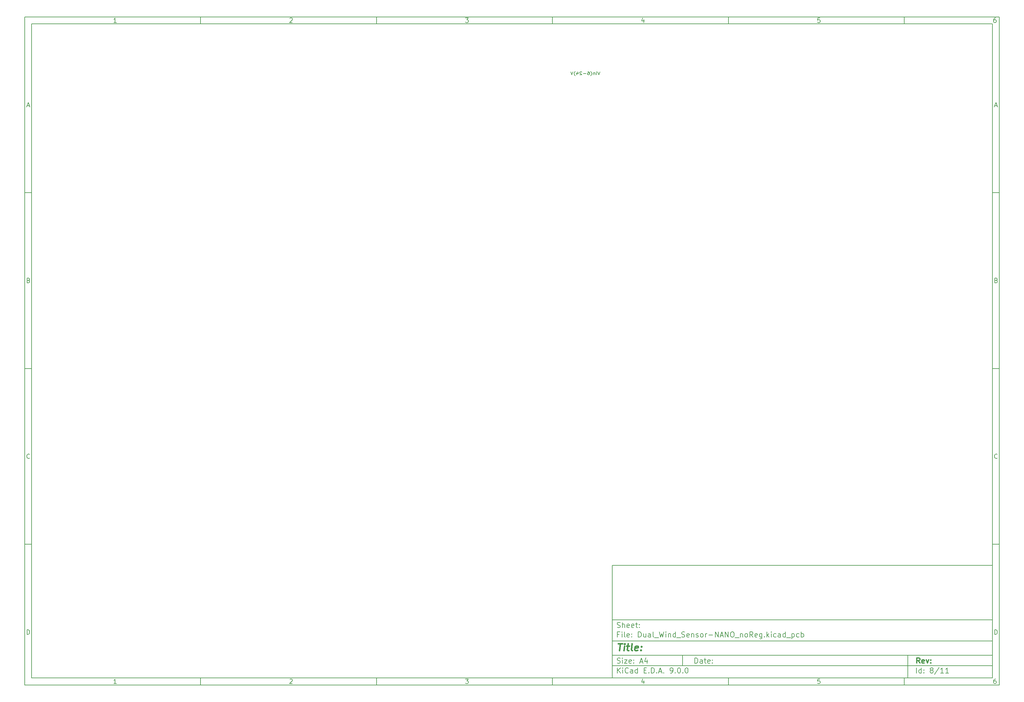
<source format=gbr>
%TF.GenerationSoftware,KiCad,Pcbnew,9.0.0*%
%TF.CreationDate,2025-05-27T12:16:38+03:00*%
%TF.ProjectId,Dual_Wind_Sensor-NANO_noReg,4475616c-5f57-4696-9e64-5f53656e736f,rev?*%
%TF.SameCoordinates,Original*%
%TF.FileFunction,Legend,Bot*%
%TF.FilePolarity,Positive*%
%FSLAX46Y46*%
G04 Gerber Fmt 4.6, Leading zero omitted, Abs format (unit mm)*
G04 Created by KiCad (PCBNEW 9.0.0) date 2025-05-27 12:16:38*
%MOMM*%
%LPD*%
G01*
G04 APERTURE LIST*
%ADD10C,0.100000*%
%ADD11C,0.150000*%
%ADD12C,0.300000*%
%ADD13C,0.400000*%
%ADD14C,0.160000*%
G04 APERTURE END LIST*
D10*
D11*
X177002200Y-166007200D02*
X285002200Y-166007200D01*
X285002200Y-198007200D01*
X177002200Y-198007200D01*
X177002200Y-166007200D01*
D10*
D11*
X10000000Y-10000000D02*
X287002200Y-10000000D01*
X287002200Y-200007200D01*
X10000000Y-200007200D01*
X10000000Y-10000000D01*
D10*
D11*
X12000000Y-12000000D02*
X285002200Y-12000000D01*
X285002200Y-198007200D01*
X12000000Y-198007200D01*
X12000000Y-12000000D01*
D10*
D11*
X60000000Y-12000000D02*
X60000000Y-10000000D01*
D10*
D11*
X110000000Y-12000000D02*
X110000000Y-10000000D01*
D10*
D11*
X160000000Y-12000000D02*
X160000000Y-10000000D01*
D10*
D11*
X210000000Y-12000000D02*
X210000000Y-10000000D01*
D10*
D11*
X260000000Y-12000000D02*
X260000000Y-10000000D01*
D10*
D11*
X36089160Y-11593604D02*
X35346303Y-11593604D01*
X35717731Y-11593604D02*
X35717731Y-10293604D01*
X35717731Y-10293604D02*
X35593922Y-10479319D01*
X35593922Y-10479319D02*
X35470112Y-10603128D01*
X35470112Y-10603128D02*
X35346303Y-10665033D01*
D10*
D11*
X85346303Y-10417414D02*
X85408207Y-10355509D01*
X85408207Y-10355509D02*
X85532017Y-10293604D01*
X85532017Y-10293604D02*
X85841541Y-10293604D01*
X85841541Y-10293604D02*
X85965350Y-10355509D01*
X85965350Y-10355509D02*
X86027255Y-10417414D01*
X86027255Y-10417414D02*
X86089160Y-10541223D01*
X86089160Y-10541223D02*
X86089160Y-10665033D01*
X86089160Y-10665033D02*
X86027255Y-10850747D01*
X86027255Y-10850747D02*
X85284398Y-11593604D01*
X85284398Y-11593604D02*
X86089160Y-11593604D01*
D10*
D11*
X135284398Y-10293604D02*
X136089160Y-10293604D01*
X136089160Y-10293604D02*
X135655826Y-10788842D01*
X135655826Y-10788842D02*
X135841541Y-10788842D01*
X135841541Y-10788842D02*
X135965350Y-10850747D01*
X135965350Y-10850747D02*
X136027255Y-10912652D01*
X136027255Y-10912652D02*
X136089160Y-11036461D01*
X136089160Y-11036461D02*
X136089160Y-11345985D01*
X136089160Y-11345985D02*
X136027255Y-11469795D01*
X136027255Y-11469795D02*
X135965350Y-11531700D01*
X135965350Y-11531700D02*
X135841541Y-11593604D01*
X135841541Y-11593604D02*
X135470112Y-11593604D01*
X135470112Y-11593604D02*
X135346303Y-11531700D01*
X135346303Y-11531700D02*
X135284398Y-11469795D01*
D10*
D11*
X185965350Y-10726938D02*
X185965350Y-11593604D01*
X185655826Y-10231700D02*
X185346303Y-11160271D01*
X185346303Y-11160271D02*
X186151064Y-11160271D01*
D10*
D11*
X236027255Y-10293604D02*
X235408207Y-10293604D01*
X235408207Y-10293604D02*
X235346303Y-10912652D01*
X235346303Y-10912652D02*
X235408207Y-10850747D01*
X235408207Y-10850747D02*
X235532017Y-10788842D01*
X235532017Y-10788842D02*
X235841541Y-10788842D01*
X235841541Y-10788842D02*
X235965350Y-10850747D01*
X235965350Y-10850747D02*
X236027255Y-10912652D01*
X236027255Y-10912652D02*
X236089160Y-11036461D01*
X236089160Y-11036461D02*
X236089160Y-11345985D01*
X236089160Y-11345985D02*
X236027255Y-11469795D01*
X236027255Y-11469795D02*
X235965350Y-11531700D01*
X235965350Y-11531700D02*
X235841541Y-11593604D01*
X235841541Y-11593604D02*
X235532017Y-11593604D01*
X235532017Y-11593604D02*
X235408207Y-11531700D01*
X235408207Y-11531700D02*
X235346303Y-11469795D01*
D10*
D11*
X285965350Y-10293604D02*
X285717731Y-10293604D01*
X285717731Y-10293604D02*
X285593922Y-10355509D01*
X285593922Y-10355509D02*
X285532017Y-10417414D01*
X285532017Y-10417414D02*
X285408207Y-10603128D01*
X285408207Y-10603128D02*
X285346303Y-10850747D01*
X285346303Y-10850747D02*
X285346303Y-11345985D01*
X285346303Y-11345985D02*
X285408207Y-11469795D01*
X285408207Y-11469795D02*
X285470112Y-11531700D01*
X285470112Y-11531700D02*
X285593922Y-11593604D01*
X285593922Y-11593604D02*
X285841541Y-11593604D01*
X285841541Y-11593604D02*
X285965350Y-11531700D01*
X285965350Y-11531700D02*
X286027255Y-11469795D01*
X286027255Y-11469795D02*
X286089160Y-11345985D01*
X286089160Y-11345985D02*
X286089160Y-11036461D01*
X286089160Y-11036461D02*
X286027255Y-10912652D01*
X286027255Y-10912652D02*
X285965350Y-10850747D01*
X285965350Y-10850747D02*
X285841541Y-10788842D01*
X285841541Y-10788842D02*
X285593922Y-10788842D01*
X285593922Y-10788842D02*
X285470112Y-10850747D01*
X285470112Y-10850747D02*
X285408207Y-10912652D01*
X285408207Y-10912652D02*
X285346303Y-11036461D01*
D10*
D11*
X60000000Y-198007200D02*
X60000000Y-200007200D01*
D10*
D11*
X110000000Y-198007200D02*
X110000000Y-200007200D01*
D10*
D11*
X160000000Y-198007200D02*
X160000000Y-200007200D01*
D10*
D11*
X210000000Y-198007200D02*
X210000000Y-200007200D01*
D10*
D11*
X260000000Y-198007200D02*
X260000000Y-200007200D01*
D10*
D11*
X36089160Y-199600804D02*
X35346303Y-199600804D01*
X35717731Y-199600804D02*
X35717731Y-198300804D01*
X35717731Y-198300804D02*
X35593922Y-198486519D01*
X35593922Y-198486519D02*
X35470112Y-198610328D01*
X35470112Y-198610328D02*
X35346303Y-198672233D01*
D10*
D11*
X85346303Y-198424614D02*
X85408207Y-198362709D01*
X85408207Y-198362709D02*
X85532017Y-198300804D01*
X85532017Y-198300804D02*
X85841541Y-198300804D01*
X85841541Y-198300804D02*
X85965350Y-198362709D01*
X85965350Y-198362709D02*
X86027255Y-198424614D01*
X86027255Y-198424614D02*
X86089160Y-198548423D01*
X86089160Y-198548423D02*
X86089160Y-198672233D01*
X86089160Y-198672233D02*
X86027255Y-198857947D01*
X86027255Y-198857947D02*
X85284398Y-199600804D01*
X85284398Y-199600804D02*
X86089160Y-199600804D01*
D10*
D11*
X135284398Y-198300804D02*
X136089160Y-198300804D01*
X136089160Y-198300804D02*
X135655826Y-198796042D01*
X135655826Y-198796042D02*
X135841541Y-198796042D01*
X135841541Y-198796042D02*
X135965350Y-198857947D01*
X135965350Y-198857947D02*
X136027255Y-198919852D01*
X136027255Y-198919852D02*
X136089160Y-199043661D01*
X136089160Y-199043661D02*
X136089160Y-199353185D01*
X136089160Y-199353185D02*
X136027255Y-199476995D01*
X136027255Y-199476995D02*
X135965350Y-199538900D01*
X135965350Y-199538900D02*
X135841541Y-199600804D01*
X135841541Y-199600804D02*
X135470112Y-199600804D01*
X135470112Y-199600804D02*
X135346303Y-199538900D01*
X135346303Y-199538900D02*
X135284398Y-199476995D01*
D10*
D11*
X185965350Y-198734138D02*
X185965350Y-199600804D01*
X185655826Y-198238900D02*
X185346303Y-199167471D01*
X185346303Y-199167471D02*
X186151064Y-199167471D01*
D10*
D11*
X236027255Y-198300804D02*
X235408207Y-198300804D01*
X235408207Y-198300804D02*
X235346303Y-198919852D01*
X235346303Y-198919852D02*
X235408207Y-198857947D01*
X235408207Y-198857947D02*
X235532017Y-198796042D01*
X235532017Y-198796042D02*
X235841541Y-198796042D01*
X235841541Y-198796042D02*
X235965350Y-198857947D01*
X235965350Y-198857947D02*
X236027255Y-198919852D01*
X236027255Y-198919852D02*
X236089160Y-199043661D01*
X236089160Y-199043661D02*
X236089160Y-199353185D01*
X236089160Y-199353185D02*
X236027255Y-199476995D01*
X236027255Y-199476995D02*
X235965350Y-199538900D01*
X235965350Y-199538900D02*
X235841541Y-199600804D01*
X235841541Y-199600804D02*
X235532017Y-199600804D01*
X235532017Y-199600804D02*
X235408207Y-199538900D01*
X235408207Y-199538900D02*
X235346303Y-199476995D01*
D10*
D11*
X285965350Y-198300804D02*
X285717731Y-198300804D01*
X285717731Y-198300804D02*
X285593922Y-198362709D01*
X285593922Y-198362709D02*
X285532017Y-198424614D01*
X285532017Y-198424614D02*
X285408207Y-198610328D01*
X285408207Y-198610328D02*
X285346303Y-198857947D01*
X285346303Y-198857947D02*
X285346303Y-199353185D01*
X285346303Y-199353185D02*
X285408207Y-199476995D01*
X285408207Y-199476995D02*
X285470112Y-199538900D01*
X285470112Y-199538900D02*
X285593922Y-199600804D01*
X285593922Y-199600804D02*
X285841541Y-199600804D01*
X285841541Y-199600804D02*
X285965350Y-199538900D01*
X285965350Y-199538900D02*
X286027255Y-199476995D01*
X286027255Y-199476995D02*
X286089160Y-199353185D01*
X286089160Y-199353185D02*
X286089160Y-199043661D01*
X286089160Y-199043661D02*
X286027255Y-198919852D01*
X286027255Y-198919852D02*
X285965350Y-198857947D01*
X285965350Y-198857947D02*
X285841541Y-198796042D01*
X285841541Y-198796042D02*
X285593922Y-198796042D01*
X285593922Y-198796042D02*
X285470112Y-198857947D01*
X285470112Y-198857947D02*
X285408207Y-198919852D01*
X285408207Y-198919852D02*
X285346303Y-199043661D01*
D10*
D11*
X10000000Y-60000000D02*
X12000000Y-60000000D01*
D10*
D11*
X10000000Y-110000000D02*
X12000000Y-110000000D01*
D10*
D11*
X10000000Y-160000000D02*
X12000000Y-160000000D01*
D10*
D11*
X10690476Y-35222176D02*
X11309523Y-35222176D01*
X10566666Y-35593604D02*
X10999999Y-34293604D01*
X10999999Y-34293604D02*
X11433333Y-35593604D01*
D10*
D11*
X11092857Y-84912652D02*
X11278571Y-84974557D01*
X11278571Y-84974557D02*
X11340476Y-85036461D01*
X11340476Y-85036461D02*
X11402380Y-85160271D01*
X11402380Y-85160271D02*
X11402380Y-85345985D01*
X11402380Y-85345985D02*
X11340476Y-85469795D01*
X11340476Y-85469795D02*
X11278571Y-85531700D01*
X11278571Y-85531700D02*
X11154761Y-85593604D01*
X11154761Y-85593604D02*
X10659523Y-85593604D01*
X10659523Y-85593604D02*
X10659523Y-84293604D01*
X10659523Y-84293604D02*
X11092857Y-84293604D01*
X11092857Y-84293604D02*
X11216666Y-84355509D01*
X11216666Y-84355509D02*
X11278571Y-84417414D01*
X11278571Y-84417414D02*
X11340476Y-84541223D01*
X11340476Y-84541223D02*
X11340476Y-84665033D01*
X11340476Y-84665033D02*
X11278571Y-84788842D01*
X11278571Y-84788842D02*
X11216666Y-84850747D01*
X11216666Y-84850747D02*
X11092857Y-84912652D01*
X11092857Y-84912652D02*
X10659523Y-84912652D01*
D10*
D11*
X11402380Y-135469795D02*
X11340476Y-135531700D01*
X11340476Y-135531700D02*
X11154761Y-135593604D01*
X11154761Y-135593604D02*
X11030952Y-135593604D01*
X11030952Y-135593604D02*
X10845238Y-135531700D01*
X10845238Y-135531700D02*
X10721428Y-135407890D01*
X10721428Y-135407890D02*
X10659523Y-135284080D01*
X10659523Y-135284080D02*
X10597619Y-135036461D01*
X10597619Y-135036461D02*
X10597619Y-134850747D01*
X10597619Y-134850747D02*
X10659523Y-134603128D01*
X10659523Y-134603128D02*
X10721428Y-134479319D01*
X10721428Y-134479319D02*
X10845238Y-134355509D01*
X10845238Y-134355509D02*
X11030952Y-134293604D01*
X11030952Y-134293604D02*
X11154761Y-134293604D01*
X11154761Y-134293604D02*
X11340476Y-134355509D01*
X11340476Y-134355509D02*
X11402380Y-134417414D01*
D10*
D11*
X10659523Y-185593604D02*
X10659523Y-184293604D01*
X10659523Y-184293604D02*
X10969047Y-184293604D01*
X10969047Y-184293604D02*
X11154761Y-184355509D01*
X11154761Y-184355509D02*
X11278571Y-184479319D01*
X11278571Y-184479319D02*
X11340476Y-184603128D01*
X11340476Y-184603128D02*
X11402380Y-184850747D01*
X11402380Y-184850747D02*
X11402380Y-185036461D01*
X11402380Y-185036461D02*
X11340476Y-185284080D01*
X11340476Y-185284080D02*
X11278571Y-185407890D01*
X11278571Y-185407890D02*
X11154761Y-185531700D01*
X11154761Y-185531700D02*
X10969047Y-185593604D01*
X10969047Y-185593604D02*
X10659523Y-185593604D01*
D10*
D11*
X287002200Y-60000000D02*
X285002200Y-60000000D01*
D10*
D11*
X287002200Y-110000000D02*
X285002200Y-110000000D01*
D10*
D11*
X287002200Y-160000000D02*
X285002200Y-160000000D01*
D10*
D11*
X285692676Y-35222176D02*
X286311723Y-35222176D01*
X285568866Y-35593604D02*
X286002199Y-34293604D01*
X286002199Y-34293604D02*
X286435533Y-35593604D01*
D10*
D11*
X286095057Y-84912652D02*
X286280771Y-84974557D01*
X286280771Y-84974557D02*
X286342676Y-85036461D01*
X286342676Y-85036461D02*
X286404580Y-85160271D01*
X286404580Y-85160271D02*
X286404580Y-85345985D01*
X286404580Y-85345985D02*
X286342676Y-85469795D01*
X286342676Y-85469795D02*
X286280771Y-85531700D01*
X286280771Y-85531700D02*
X286156961Y-85593604D01*
X286156961Y-85593604D02*
X285661723Y-85593604D01*
X285661723Y-85593604D02*
X285661723Y-84293604D01*
X285661723Y-84293604D02*
X286095057Y-84293604D01*
X286095057Y-84293604D02*
X286218866Y-84355509D01*
X286218866Y-84355509D02*
X286280771Y-84417414D01*
X286280771Y-84417414D02*
X286342676Y-84541223D01*
X286342676Y-84541223D02*
X286342676Y-84665033D01*
X286342676Y-84665033D02*
X286280771Y-84788842D01*
X286280771Y-84788842D02*
X286218866Y-84850747D01*
X286218866Y-84850747D02*
X286095057Y-84912652D01*
X286095057Y-84912652D02*
X285661723Y-84912652D01*
D10*
D11*
X286404580Y-135469795D02*
X286342676Y-135531700D01*
X286342676Y-135531700D02*
X286156961Y-135593604D01*
X286156961Y-135593604D02*
X286033152Y-135593604D01*
X286033152Y-135593604D02*
X285847438Y-135531700D01*
X285847438Y-135531700D02*
X285723628Y-135407890D01*
X285723628Y-135407890D02*
X285661723Y-135284080D01*
X285661723Y-135284080D02*
X285599819Y-135036461D01*
X285599819Y-135036461D02*
X285599819Y-134850747D01*
X285599819Y-134850747D02*
X285661723Y-134603128D01*
X285661723Y-134603128D02*
X285723628Y-134479319D01*
X285723628Y-134479319D02*
X285847438Y-134355509D01*
X285847438Y-134355509D02*
X286033152Y-134293604D01*
X286033152Y-134293604D02*
X286156961Y-134293604D01*
X286156961Y-134293604D02*
X286342676Y-134355509D01*
X286342676Y-134355509D02*
X286404580Y-134417414D01*
D10*
D11*
X285661723Y-185593604D02*
X285661723Y-184293604D01*
X285661723Y-184293604D02*
X285971247Y-184293604D01*
X285971247Y-184293604D02*
X286156961Y-184355509D01*
X286156961Y-184355509D02*
X286280771Y-184479319D01*
X286280771Y-184479319D02*
X286342676Y-184603128D01*
X286342676Y-184603128D02*
X286404580Y-184850747D01*
X286404580Y-184850747D02*
X286404580Y-185036461D01*
X286404580Y-185036461D02*
X286342676Y-185284080D01*
X286342676Y-185284080D02*
X286280771Y-185407890D01*
X286280771Y-185407890D02*
X286156961Y-185531700D01*
X286156961Y-185531700D02*
X285971247Y-185593604D01*
X285971247Y-185593604D02*
X285661723Y-185593604D01*
D10*
D11*
X200458026Y-193793328D02*
X200458026Y-192293328D01*
X200458026Y-192293328D02*
X200815169Y-192293328D01*
X200815169Y-192293328D02*
X201029455Y-192364757D01*
X201029455Y-192364757D02*
X201172312Y-192507614D01*
X201172312Y-192507614D02*
X201243741Y-192650471D01*
X201243741Y-192650471D02*
X201315169Y-192936185D01*
X201315169Y-192936185D02*
X201315169Y-193150471D01*
X201315169Y-193150471D02*
X201243741Y-193436185D01*
X201243741Y-193436185D02*
X201172312Y-193579042D01*
X201172312Y-193579042D02*
X201029455Y-193721900D01*
X201029455Y-193721900D02*
X200815169Y-193793328D01*
X200815169Y-193793328D02*
X200458026Y-193793328D01*
X202600884Y-193793328D02*
X202600884Y-193007614D01*
X202600884Y-193007614D02*
X202529455Y-192864757D01*
X202529455Y-192864757D02*
X202386598Y-192793328D01*
X202386598Y-192793328D02*
X202100884Y-192793328D01*
X202100884Y-192793328D02*
X201958026Y-192864757D01*
X202600884Y-193721900D02*
X202458026Y-193793328D01*
X202458026Y-193793328D02*
X202100884Y-193793328D01*
X202100884Y-193793328D02*
X201958026Y-193721900D01*
X201958026Y-193721900D02*
X201886598Y-193579042D01*
X201886598Y-193579042D02*
X201886598Y-193436185D01*
X201886598Y-193436185D02*
X201958026Y-193293328D01*
X201958026Y-193293328D02*
X202100884Y-193221900D01*
X202100884Y-193221900D02*
X202458026Y-193221900D01*
X202458026Y-193221900D02*
X202600884Y-193150471D01*
X203100884Y-192793328D02*
X203672312Y-192793328D01*
X203315169Y-192293328D02*
X203315169Y-193579042D01*
X203315169Y-193579042D02*
X203386598Y-193721900D01*
X203386598Y-193721900D02*
X203529455Y-193793328D01*
X203529455Y-193793328D02*
X203672312Y-193793328D01*
X204743741Y-193721900D02*
X204600884Y-193793328D01*
X204600884Y-193793328D02*
X204315170Y-193793328D01*
X204315170Y-193793328D02*
X204172312Y-193721900D01*
X204172312Y-193721900D02*
X204100884Y-193579042D01*
X204100884Y-193579042D02*
X204100884Y-193007614D01*
X204100884Y-193007614D02*
X204172312Y-192864757D01*
X204172312Y-192864757D02*
X204315170Y-192793328D01*
X204315170Y-192793328D02*
X204600884Y-192793328D01*
X204600884Y-192793328D02*
X204743741Y-192864757D01*
X204743741Y-192864757D02*
X204815170Y-193007614D01*
X204815170Y-193007614D02*
X204815170Y-193150471D01*
X204815170Y-193150471D02*
X204100884Y-193293328D01*
X205458026Y-193650471D02*
X205529455Y-193721900D01*
X205529455Y-193721900D02*
X205458026Y-193793328D01*
X205458026Y-193793328D02*
X205386598Y-193721900D01*
X205386598Y-193721900D02*
X205458026Y-193650471D01*
X205458026Y-193650471D02*
X205458026Y-193793328D01*
X205458026Y-192864757D02*
X205529455Y-192936185D01*
X205529455Y-192936185D02*
X205458026Y-193007614D01*
X205458026Y-193007614D02*
X205386598Y-192936185D01*
X205386598Y-192936185D02*
X205458026Y-192864757D01*
X205458026Y-192864757D02*
X205458026Y-193007614D01*
D10*
D11*
X177002200Y-194507200D02*
X285002200Y-194507200D01*
D10*
D11*
X178458026Y-196593328D02*
X178458026Y-195093328D01*
X179315169Y-196593328D02*
X178672312Y-195736185D01*
X179315169Y-195093328D02*
X178458026Y-195950471D01*
X179958026Y-196593328D02*
X179958026Y-195593328D01*
X179958026Y-195093328D02*
X179886598Y-195164757D01*
X179886598Y-195164757D02*
X179958026Y-195236185D01*
X179958026Y-195236185D02*
X180029455Y-195164757D01*
X180029455Y-195164757D02*
X179958026Y-195093328D01*
X179958026Y-195093328D02*
X179958026Y-195236185D01*
X181529455Y-196450471D02*
X181458027Y-196521900D01*
X181458027Y-196521900D02*
X181243741Y-196593328D01*
X181243741Y-196593328D02*
X181100884Y-196593328D01*
X181100884Y-196593328D02*
X180886598Y-196521900D01*
X180886598Y-196521900D02*
X180743741Y-196379042D01*
X180743741Y-196379042D02*
X180672312Y-196236185D01*
X180672312Y-196236185D02*
X180600884Y-195950471D01*
X180600884Y-195950471D02*
X180600884Y-195736185D01*
X180600884Y-195736185D02*
X180672312Y-195450471D01*
X180672312Y-195450471D02*
X180743741Y-195307614D01*
X180743741Y-195307614D02*
X180886598Y-195164757D01*
X180886598Y-195164757D02*
X181100884Y-195093328D01*
X181100884Y-195093328D02*
X181243741Y-195093328D01*
X181243741Y-195093328D02*
X181458027Y-195164757D01*
X181458027Y-195164757D02*
X181529455Y-195236185D01*
X182815170Y-196593328D02*
X182815170Y-195807614D01*
X182815170Y-195807614D02*
X182743741Y-195664757D01*
X182743741Y-195664757D02*
X182600884Y-195593328D01*
X182600884Y-195593328D02*
X182315170Y-195593328D01*
X182315170Y-195593328D02*
X182172312Y-195664757D01*
X182815170Y-196521900D02*
X182672312Y-196593328D01*
X182672312Y-196593328D02*
X182315170Y-196593328D01*
X182315170Y-196593328D02*
X182172312Y-196521900D01*
X182172312Y-196521900D02*
X182100884Y-196379042D01*
X182100884Y-196379042D02*
X182100884Y-196236185D01*
X182100884Y-196236185D02*
X182172312Y-196093328D01*
X182172312Y-196093328D02*
X182315170Y-196021900D01*
X182315170Y-196021900D02*
X182672312Y-196021900D01*
X182672312Y-196021900D02*
X182815170Y-195950471D01*
X184172313Y-196593328D02*
X184172313Y-195093328D01*
X184172313Y-196521900D02*
X184029455Y-196593328D01*
X184029455Y-196593328D02*
X183743741Y-196593328D01*
X183743741Y-196593328D02*
X183600884Y-196521900D01*
X183600884Y-196521900D02*
X183529455Y-196450471D01*
X183529455Y-196450471D02*
X183458027Y-196307614D01*
X183458027Y-196307614D02*
X183458027Y-195879042D01*
X183458027Y-195879042D02*
X183529455Y-195736185D01*
X183529455Y-195736185D02*
X183600884Y-195664757D01*
X183600884Y-195664757D02*
X183743741Y-195593328D01*
X183743741Y-195593328D02*
X184029455Y-195593328D01*
X184029455Y-195593328D02*
X184172313Y-195664757D01*
X186029455Y-195807614D02*
X186529455Y-195807614D01*
X186743741Y-196593328D02*
X186029455Y-196593328D01*
X186029455Y-196593328D02*
X186029455Y-195093328D01*
X186029455Y-195093328D02*
X186743741Y-195093328D01*
X187386598Y-196450471D02*
X187458027Y-196521900D01*
X187458027Y-196521900D02*
X187386598Y-196593328D01*
X187386598Y-196593328D02*
X187315170Y-196521900D01*
X187315170Y-196521900D02*
X187386598Y-196450471D01*
X187386598Y-196450471D02*
X187386598Y-196593328D01*
X188100884Y-196593328D02*
X188100884Y-195093328D01*
X188100884Y-195093328D02*
X188458027Y-195093328D01*
X188458027Y-195093328D02*
X188672313Y-195164757D01*
X188672313Y-195164757D02*
X188815170Y-195307614D01*
X188815170Y-195307614D02*
X188886599Y-195450471D01*
X188886599Y-195450471D02*
X188958027Y-195736185D01*
X188958027Y-195736185D02*
X188958027Y-195950471D01*
X188958027Y-195950471D02*
X188886599Y-196236185D01*
X188886599Y-196236185D02*
X188815170Y-196379042D01*
X188815170Y-196379042D02*
X188672313Y-196521900D01*
X188672313Y-196521900D02*
X188458027Y-196593328D01*
X188458027Y-196593328D02*
X188100884Y-196593328D01*
X189600884Y-196450471D02*
X189672313Y-196521900D01*
X189672313Y-196521900D02*
X189600884Y-196593328D01*
X189600884Y-196593328D02*
X189529456Y-196521900D01*
X189529456Y-196521900D02*
X189600884Y-196450471D01*
X189600884Y-196450471D02*
X189600884Y-196593328D01*
X190243742Y-196164757D02*
X190958028Y-196164757D01*
X190100885Y-196593328D02*
X190600885Y-195093328D01*
X190600885Y-195093328D02*
X191100885Y-196593328D01*
X191600884Y-196450471D02*
X191672313Y-196521900D01*
X191672313Y-196521900D02*
X191600884Y-196593328D01*
X191600884Y-196593328D02*
X191529456Y-196521900D01*
X191529456Y-196521900D02*
X191600884Y-196450471D01*
X191600884Y-196450471D02*
X191600884Y-196593328D01*
X193529456Y-196593328D02*
X193815170Y-196593328D01*
X193815170Y-196593328D02*
X193958027Y-196521900D01*
X193958027Y-196521900D02*
X194029456Y-196450471D01*
X194029456Y-196450471D02*
X194172313Y-196236185D01*
X194172313Y-196236185D02*
X194243742Y-195950471D01*
X194243742Y-195950471D02*
X194243742Y-195379042D01*
X194243742Y-195379042D02*
X194172313Y-195236185D01*
X194172313Y-195236185D02*
X194100885Y-195164757D01*
X194100885Y-195164757D02*
X193958027Y-195093328D01*
X193958027Y-195093328D02*
X193672313Y-195093328D01*
X193672313Y-195093328D02*
X193529456Y-195164757D01*
X193529456Y-195164757D02*
X193458027Y-195236185D01*
X193458027Y-195236185D02*
X193386599Y-195379042D01*
X193386599Y-195379042D02*
X193386599Y-195736185D01*
X193386599Y-195736185D02*
X193458027Y-195879042D01*
X193458027Y-195879042D02*
X193529456Y-195950471D01*
X193529456Y-195950471D02*
X193672313Y-196021900D01*
X193672313Y-196021900D02*
X193958027Y-196021900D01*
X193958027Y-196021900D02*
X194100885Y-195950471D01*
X194100885Y-195950471D02*
X194172313Y-195879042D01*
X194172313Y-195879042D02*
X194243742Y-195736185D01*
X194886598Y-196450471D02*
X194958027Y-196521900D01*
X194958027Y-196521900D02*
X194886598Y-196593328D01*
X194886598Y-196593328D02*
X194815170Y-196521900D01*
X194815170Y-196521900D02*
X194886598Y-196450471D01*
X194886598Y-196450471D02*
X194886598Y-196593328D01*
X195886599Y-195093328D02*
X196029456Y-195093328D01*
X196029456Y-195093328D02*
X196172313Y-195164757D01*
X196172313Y-195164757D02*
X196243742Y-195236185D01*
X196243742Y-195236185D02*
X196315170Y-195379042D01*
X196315170Y-195379042D02*
X196386599Y-195664757D01*
X196386599Y-195664757D02*
X196386599Y-196021900D01*
X196386599Y-196021900D02*
X196315170Y-196307614D01*
X196315170Y-196307614D02*
X196243742Y-196450471D01*
X196243742Y-196450471D02*
X196172313Y-196521900D01*
X196172313Y-196521900D02*
X196029456Y-196593328D01*
X196029456Y-196593328D02*
X195886599Y-196593328D01*
X195886599Y-196593328D02*
X195743742Y-196521900D01*
X195743742Y-196521900D02*
X195672313Y-196450471D01*
X195672313Y-196450471D02*
X195600884Y-196307614D01*
X195600884Y-196307614D02*
X195529456Y-196021900D01*
X195529456Y-196021900D02*
X195529456Y-195664757D01*
X195529456Y-195664757D02*
X195600884Y-195379042D01*
X195600884Y-195379042D02*
X195672313Y-195236185D01*
X195672313Y-195236185D02*
X195743742Y-195164757D01*
X195743742Y-195164757D02*
X195886599Y-195093328D01*
X197029455Y-196450471D02*
X197100884Y-196521900D01*
X197100884Y-196521900D02*
X197029455Y-196593328D01*
X197029455Y-196593328D02*
X196958027Y-196521900D01*
X196958027Y-196521900D02*
X197029455Y-196450471D01*
X197029455Y-196450471D02*
X197029455Y-196593328D01*
X198029456Y-195093328D02*
X198172313Y-195093328D01*
X198172313Y-195093328D02*
X198315170Y-195164757D01*
X198315170Y-195164757D02*
X198386599Y-195236185D01*
X198386599Y-195236185D02*
X198458027Y-195379042D01*
X198458027Y-195379042D02*
X198529456Y-195664757D01*
X198529456Y-195664757D02*
X198529456Y-196021900D01*
X198529456Y-196021900D02*
X198458027Y-196307614D01*
X198458027Y-196307614D02*
X198386599Y-196450471D01*
X198386599Y-196450471D02*
X198315170Y-196521900D01*
X198315170Y-196521900D02*
X198172313Y-196593328D01*
X198172313Y-196593328D02*
X198029456Y-196593328D01*
X198029456Y-196593328D02*
X197886599Y-196521900D01*
X197886599Y-196521900D02*
X197815170Y-196450471D01*
X197815170Y-196450471D02*
X197743741Y-196307614D01*
X197743741Y-196307614D02*
X197672313Y-196021900D01*
X197672313Y-196021900D02*
X197672313Y-195664757D01*
X197672313Y-195664757D02*
X197743741Y-195379042D01*
X197743741Y-195379042D02*
X197815170Y-195236185D01*
X197815170Y-195236185D02*
X197886599Y-195164757D01*
X197886599Y-195164757D02*
X198029456Y-195093328D01*
D10*
D11*
X177002200Y-191507200D02*
X285002200Y-191507200D01*
D10*
D12*
X264413853Y-193785528D02*
X263913853Y-193071242D01*
X263556710Y-193785528D02*
X263556710Y-192285528D01*
X263556710Y-192285528D02*
X264128139Y-192285528D01*
X264128139Y-192285528D02*
X264270996Y-192356957D01*
X264270996Y-192356957D02*
X264342425Y-192428385D01*
X264342425Y-192428385D02*
X264413853Y-192571242D01*
X264413853Y-192571242D02*
X264413853Y-192785528D01*
X264413853Y-192785528D02*
X264342425Y-192928385D01*
X264342425Y-192928385D02*
X264270996Y-192999814D01*
X264270996Y-192999814D02*
X264128139Y-193071242D01*
X264128139Y-193071242D02*
X263556710Y-193071242D01*
X265628139Y-193714100D02*
X265485282Y-193785528D01*
X265485282Y-193785528D02*
X265199568Y-193785528D01*
X265199568Y-193785528D02*
X265056710Y-193714100D01*
X265056710Y-193714100D02*
X264985282Y-193571242D01*
X264985282Y-193571242D02*
X264985282Y-192999814D01*
X264985282Y-192999814D02*
X265056710Y-192856957D01*
X265056710Y-192856957D02*
X265199568Y-192785528D01*
X265199568Y-192785528D02*
X265485282Y-192785528D01*
X265485282Y-192785528D02*
X265628139Y-192856957D01*
X265628139Y-192856957D02*
X265699568Y-192999814D01*
X265699568Y-192999814D02*
X265699568Y-193142671D01*
X265699568Y-193142671D02*
X264985282Y-193285528D01*
X266199567Y-192785528D02*
X266556710Y-193785528D01*
X266556710Y-193785528D02*
X266913853Y-192785528D01*
X267485281Y-193642671D02*
X267556710Y-193714100D01*
X267556710Y-193714100D02*
X267485281Y-193785528D01*
X267485281Y-193785528D02*
X267413853Y-193714100D01*
X267413853Y-193714100D02*
X267485281Y-193642671D01*
X267485281Y-193642671D02*
X267485281Y-193785528D01*
X267485281Y-192856957D02*
X267556710Y-192928385D01*
X267556710Y-192928385D02*
X267485281Y-192999814D01*
X267485281Y-192999814D02*
X267413853Y-192928385D01*
X267413853Y-192928385D02*
X267485281Y-192856957D01*
X267485281Y-192856957D02*
X267485281Y-192999814D01*
D10*
D11*
X178386598Y-193721900D02*
X178600884Y-193793328D01*
X178600884Y-193793328D02*
X178958026Y-193793328D01*
X178958026Y-193793328D02*
X179100884Y-193721900D01*
X179100884Y-193721900D02*
X179172312Y-193650471D01*
X179172312Y-193650471D02*
X179243741Y-193507614D01*
X179243741Y-193507614D02*
X179243741Y-193364757D01*
X179243741Y-193364757D02*
X179172312Y-193221900D01*
X179172312Y-193221900D02*
X179100884Y-193150471D01*
X179100884Y-193150471D02*
X178958026Y-193079042D01*
X178958026Y-193079042D02*
X178672312Y-193007614D01*
X178672312Y-193007614D02*
X178529455Y-192936185D01*
X178529455Y-192936185D02*
X178458026Y-192864757D01*
X178458026Y-192864757D02*
X178386598Y-192721900D01*
X178386598Y-192721900D02*
X178386598Y-192579042D01*
X178386598Y-192579042D02*
X178458026Y-192436185D01*
X178458026Y-192436185D02*
X178529455Y-192364757D01*
X178529455Y-192364757D02*
X178672312Y-192293328D01*
X178672312Y-192293328D02*
X179029455Y-192293328D01*
X179029455Y-192293328D02*
X179243741Y-192364757D01*
X179886597Y-193793328D02*
X179886597Y-192793328D01*
X179886597Y-192293328D02*
X179815169Y-192364757D01*
X179815169Y-192364757D02*
X179886597Y-192436185D01*
X179886597Y-192436185D02*
X179958026Y-192364757D01*
X179958026Y-192364757D02*
X179886597Y-192293328D01*
X179886597Y-192293328D02*
X179886597Y-192436185D01*
X180458026Y-192793328D02*
X181243741Y-192793328D01*
X181243741Y-192793328D02*
X180458026Y-193793328D01*
X180458026Y-193793328D02*
X181243741Y-193793328D01*
X182386598Y-193721900D02*
X182243741Y-193793328D01*
X182243741Y-193793328D02*
X181958027Y-193793328D01*
X181958027Y-193793328D02*
X181815169Y-193721900D01*
X181815169Y-193721900D02*
X181743741Y-193579042D01*
X181743741Y-193579042D02*
X181743741Y-193007614D01*
X181743741Y-193007614D02*
X181815169Y-192864757D01*
X181815169Y-192864757D02*
X181958027Y-192793328D01*
X181958027Y-192793328D02*
X182243741Y-192793328D01*
X182243741Y-192793328D02*
X182386598Y-192864757D01*
X182386598Y-192864757D02*
X182458027Y-193007614D01*
X182458027Y-193007614D02*
X182458027Y-193150471D01*
X182458027Y-193150471D02*
X181743741Y-193293328D01*
X183100883Y-193650471D02*
X183172312Y-193721900D01*
X183172312Y-193721900D02*
X183100883Y-193793328D01*
X183100883Y-193793328D02*
X183029455Y-193721900D01*
X183029455Y-193721900D02*
X183100883Y-193650471D01*
X183100883Y-193650471D02*
X183100883Y-193793328D01*
X183100883Y-192864757D02*
X183172312Y-192936185D01*
X183172312Y-192936185D02*
X183100883Y-193007614D01*
X183100883Y-193007614D02*
X183029455Y-192936185D01*
X183029455Y-192936185D02*
X183100883Y-192864757D01*
X183100883Y-192864757D02*
X183100883Y-193007614D01*
X184886598Y-193364757D02*
X185600884Y-193364757D01*
X184743741Y-193793328D02*
X185243741Y-192293328D01*
X185243741Y-192293328D02*
X185743741Y-193793328D01*
X186886598Y-192793328D02*
X186886598Y-193793328D01*
X186529455Y-192221900D02*
X186172312Y-193293328D01*
X186172312Y-193293328D02*
X187100883Y-193293328D01*
D10*
D11*
X263458026Y-196593328D02*
X263458026Y-195093328D01*
X264815170Y-196593328D02*
X264815170Y-195093328D01*
X264815170Y-196521900D02*
X264672312Y-196593328D01*
X264672312Y-196593328D02*
X264386598Y-196593328D01*
X264386598Y-196593328D02*
X264243741Y-196521900D01*
X264243741Y-196521900D02*
X264172312Y-196450471D01*
X264172312Y-196450471D02*
X264100884Y-196307614D01*
X264100884Y-196307614D02*
X264100884Y-195879042D01*
X264100884Y-195879042D02*
X264172312Y-195736185D01*
X264172312Y-195736185D02*
X264243741Y-195664757D01*
X264243741Y-195664757D02*
X264386598Y-195593328D01*
X264386598Y-195593328D02*
X264672312Y-195593328D01*
X264672312Y-195593328D02*
X264815170Y-195664757D01*
X265529455Y-196450471D02*
X265600884Y-196521900D01*
X265600884Y-196521900D02*
X265529455Y-196593328D01*
X265529455Y-196593328D02*
X265458027Y-196521900D01*
X265458027Y-196521900D02*
X265529455Y-196450471D01*
X265529455Y-196450471D02*
X265529455Y-196593328D01*
X265529455Y-195664757D02*
X265600884Y-195736185D01*
X265600884Y-195736185D02*
X265529455Y-195807614D01*
X265529455Y-195807614D02*
X265458027Y-195736185D01*
X265458027Y-195736185D02*
X265529455Y-195664757D01*
X265529455Y-195664757D02*
X265529455Y-195807614D01*
X267600884Y-195736185D02*
X267458027Y-195664757D01*
X267458027Y-195664757D02*
X267386598Y-195593328D01*
X267386598Y-195593328D02*
X267315170Y-195450471D01*
X267315170Y-195450471D02*
X267315170Y-195379042D01*
X267315170Y-195379042D02*
X267386598Y-195236185D01*
X267386598Y-195236185D02*
X267458027Y-195164757D01*
X267458027Y-195164757D02*
X267600884Y-195093328D01*
X267600884Y-195093328D02*
X267886598Y-195093328D01*
X267886598Y-195093328D02*
X268029456Y-195164757D01*
X268029456Y-195164757D02*
X268100884Y-195236185D01*
X268100884Y-195236185D02*
X268172313Y-195379042D01*
X268172313Y-195379042D02*
X268172313Y-195450471D01*
X268172313Y-195450471D02*
X268100884Y-195593328D01*
X268100884Y-195593328D02*
X268029456Y-195664757D01*
X268029456Y-195664757D02*
X267886598Y-195736185D01*
X267886598Y-195736185D02*
X267600884Y-195736185D01*
X267600884Y-195736185D02*
X267458027Y-195807614D01*
X267458027Y-195807614D02*
X267386598Y-195879042D01*
X267386598Y-195879042D02*
X267315170Y-196021900D01*
X267315170Y-196021900D02*
X267315170Y-196307614D01*
X267315170Y-196307614D02*
X267386598Y-196450471D01*
X267386598Y-196450471D02*
X267458027Y-196521900D01*
X267458027Y-196521900D02*
X267600884Y-196593328D01*
X267600884Y-196593328D02*
X267886598Y-196593328D01*
X267886598Y-196593328D02*
X268029456Y-196521900D01*
X268029456Y-196521900D02*
X268100884Y-196450471D01*
X268100884Y-196450471D02*
X268172313Y-196307614D01*
X268172313Y-196307614D02*
X268172313Y-196021900D01*
X268172313Y-196021900D02*
X268100884Y-195879042D01*
X268100884Y-195879042D02*
X268029456Y-195807614D01*
X268029456Y-195807614D02*
X267886598Y-195736185D01*
X269886598Y-195021900D02*
X268600884Y-196950471D01*
X271172313Y-196593328D02*
X270315170Y-196593328D01*
X270743741Y-196593328D02*
X270743741Y-195093328D01*
X270743741Y-195093328D02*
X270600884Y-195307614D01*
X270600884Y-195307614D02*
X270458027Y-195450471D01*
X270458027Y-195450471D02*
X270315170Y-195521900D01*
X272600884Y-196593328D02*
X271743741Y-196593328D01*
X272172312Y-196593328D02*
X272172312Y-195093328D01*
X272172312Y-195093328D02*
X272029455Y-195307614D01*
X272029455Y-195307614D02*
X271886598Y-195450471D01*
X271886598Y-195450471D02*
X271743741Y-195521900D01*
D10*
D11*
X177002200Y-187507200D02*
X285002200Y-187507200D01*
D10*
D13*
X178693928Y-188211638D02*
X179836785Y-188211638D01*
X179015357Y-190211638D02*
X179265357Y-188211638D01*
X180253452Y-190211638D02*
X180420119Y-188878304D01*
X180503452Y-188211638D02*
X180396309Y-188306876D01*
X180396309Y-188306876D02*
X180479643Y-188402114D01*
X180479643Y-188402114D02*
X180586786Y-188306876D01*
X180586786Y-188306876D02*
X180503452Y-188211638D01*
X180503452Y-188211638D02*
X180479643Y-188402114D01*
X181086786Y-188878304D02*
X181848690Y-188878304D01*
X181455833Y-188211638D02*
X181241548Y-189925923D01*
X181241548Y-189925923D02*
X181312976Y-190116400D01*
X181312976Y-190116400D02*
X181491548Y-190211638D01*
X181491548Y-190211638D02*
X181682024Y-190211638D01*
X182634405Y-190211638D02*
X182455833Y-190116400D01*
X182455833Y-190116400D02*
X182384405Y-189925923D01*
X182384405Y-189925923D02*
X182598690Y-188211638D01*
X184170119Y-190116400D02*
X183967738Y-190211638D01*
X183967738Y-190211638D02*
X183586785Y-190211638D01*
X183586785Y-190211638D02*
X183408214Y-190116400D01*
X183408214Y-190116400D02*
X183336785Y-189925923D01*
X183336785Y-189925923D02*
X183432024Y-189164019D01*
X183432024Y-189164019D02*
X183551071Y-188973542D01*
X183551071Y-188973542D02*
X183753452Y-188878304D01*
X183753452Y-188878304D02*
X184134404Y-188878304D01*
X184134404Y-188878304D02*
X184312976Y-188973542D01*
X184312976Y-188973542D02*
X184384404Y-189164019D01*
X184384404Y-189164019D02*
X184360595Y-189354495D01*
X184360595Y-189354495D02*
X183384404Y-189544971D01*
X185134405Y-190021161D02*
X185217738Y-190116400D01*
X185217738Y-190116400D02*
X185110595Y-190211638D01*
X185110595Y-190211638D02*
X185027262Y-190116400D01*
X185027262Y-190116400D02*
X185134405Y-190021161D01*
X185134405Y-190021161D02*
X185110595Y-190211638D01*
X185265357Y-188973542D02*
X185348690Y-189068780D01*
X185348690Y-189068780D02*
X185241548Y-189164019D01*
X185241548Y-189164019D02*
X185158214Y-189068780D01*
X185158214Y-189068780D02*
X185265357Y-188973542D01*
X185265357Y-188973542D02*
X185241548Y-189164019D01*
D10*
D11*
X178958026Y-185607614D02*
X178458026Y-185607614D01*
X178458026Y-186393328D02*
X178458026Y-184893328D01*
X178458026Y-184893328D02*
X179172312Y-184893328D01*
X179743740Y-186393328D02*
X179743740Y-185393328D01*
X179743740Y-184893328D02*
X179672312Y-184964757D01*
X179672312Y-184964757D02*
X179743740Y-185036185D01*
X179743740Y-185036185D02*
X179815169Y-184964757D01*
X179815169Y-184964757D02*
X179743740Y-184893328D01*
X179743740Y-184893328D02*
X179743740Y-185036185D01*
X180672312Y-186393328D02*
X180529455Y-186321900D01*
X180529455Y-186321900D02*
X180458026Y-186179042D01*
X180458026Y-186179042D02*
X180458026Y-184893328D01*
X181815169Y-186321900D02*
X181672312Y-186393328D01*
X181672312Y-186393328D02*
X181386598Y-186393328D01*
X181386598Y-186393328D02*
X181243740Y-186321900D01*
X181243740Y-186321900D02*
X181172312Y-186179042D01*
X181172312Y-186179042D02*
X181172312Y-185607614D01*
X181172312Y-185607614D02*
X181243740Y-185464757D01*
X181243740Y-185464757D02*
X181386598Y-185393328D01*
X181386598Y-185393328D02*
X181672312Y-185393328D01*
X181672312Y-185393328D02*
X181815169Y-185464757D01*
X181815169Y-185464757D02*
X181886598Y-185607614D01*
X181886598Y-185607614D02*
X181886598Y-185750471D01*
X181886598Y-185750471D02*
X181172312Y-185893328D01*
X182529454Y-186250471D02*
X182600883Y-186321900D01*
X182600883Y-186321900D02*
X182529454Y-186393328D01*
X182529454Y-186393328D02*
X182458026Y-186321900D01*
X182458026Y-186321900D02*
X182529454Y-186250471D01*
X182529454Y-186250471D02*
X182529454Y-186393328D01*
X182529454Y-185464757D02*
X182600883Y-185536185D01*
X182600883Y-185536185D02*
X182529454Y-185607614D01*
X182529454Y-185607614D02*
X182458026Y-185536185D01*
X182458026Y-185536185D02*
X182529454Y-185464757D01*
X182529454Y-185464757D02*
X182529454Y-185607614D01*
X184386597Y-186393328D02*
X184386597Y-184893328D01*
X184386597Y-184893328D02*
X184743740Y-184893328D01*
X184743740Y-184893328D02*
X184958026Y-184964757D01*
X184958026Y-184964757D02*
X185100883Y-185107614D01*
X185100883Y-185107614D02*
X185172312Y-185250471D01*
X185172312Y-185250471D02*
X185243740Y-185536185D01*
X185243740Y-185536185D02*
X185243740Y-185750471D01*
X185243740Y-185750471D02*
X185172312Y-186036185D01*
X185172312Y-186036185D02*
X185100883Y-186179042D01*
X185100883Y-186179042D02*
X184958026Y-186321900D01*
X184958026Y-186321900D02*
X184743740Y-186393328D01*
X184743740Y-186393328D02*
X184386597Y-186393328D01*
X186529455Y-185393328D02*
X186529455Y-186393328D01*
X185886597Y-185393328D02*
X185886597Y-186179042D01*
X185886597Y-186179042D02*
X185958026Y-186321900D01*
X185958026Y-186321900D02*
X186100883Y-186393328D01*
X186100883Y-186393328D02*
X186315169Y-186393328D01*
X186315169Y-186393328D02*
X186458026Y-186321900D01*
X186458026Y-186321900D02*
X186529455Y-186250471D01*
X187886598Y-186393328D02*
X187886598Y-185607614D01*
X187886598Y-185607614D02*
X187815169Y-185464757D01*
X187815169Y-185464757D02*
X187672312Y-185393328D01*
X187672312Y-185393328D02*
X187386598Y-185393328D01*
X187386598Y-185393328D02*
X187243740Y-185464757D01*
X187886598Y-186321900D02*
X187743740Y-186393328D01*
X187743740Y-186393328D02*
X187386598Y-186393328D01*
X187386598Y-186393328D02*
X187243740Y-186321900D01*
X187243740Y-186321900D02*
X187172312Y-186179042D01*
X187172312Y-186179042D02*
X187172312Y-186036185D01*
X187172312Y-186036185D02*
X187243740Y-185893328D01*
X187243740Y-185893328D02*
X187386598Y-185821900D01*
X187386598Y-185821900D02*
X187743740Y-185821900D01*
X187743740Y-185821900D02*
X187886598Y-185750471D01*
X188815169Y-186393328D02*
X188672312Y-186321900D01*
X188672312Y-186321900D02*
X188600883Y-186179042D01*
X188600883Y-186179042D02*
X188600883Y-184893328D01*
X189029455Y-186536185D02*
X190172312Y-186536185D01*
X190386597Y-184893328D02*
X190743740Y-186393328D01*
X190743740Y-186393328D02*
X191029454Y-185321900D01*
X191029454Y-185321900D02*
X191315169Y-186393328D01*
X191315169Y-186393328D02*
X191672312Y-184893328D01*
X192243740Y-186393328D02*
X192243740Y-185393328D01*
X192243740Y-184893328D02*
X192172312Y-184964757D01*
X192172312Y-184964757D02*
X192243740Y-185036185D01*
X192243740Y-185036185D02*
X192315169Y-184964757D01*
X192315169Y-184964757D02*
X192243740Y-184893328D01*
X192243740Y-184893328D02*
X192243740Y-185036185D01*
X192958026Y-185393328D02*
X192958026Y-186393328D01*
X192958026Y-185536185D02*
X193029455Y-185464757D01*
X193029455Y-185464757D02*
X193172312Y-185393328D01*
X193172312Y-185393328D02*
X193386598Y-185393328D01*
X193386598Y-185393328D02*
X193529455Y-185464757D01*
X193529455Y-185464757D02*
X193600884Y-185607614D01*
X193600884Y-185607614D02*
X193600884Y-186393328D01*
X194958027Y-186393328D02*
X194958027Y-184893328D01*
X194958027Y-186321900D02*
X194815169Y-186393328D01*
X194815169Y-186393328D02*
X194529455Y-186393328D01*
X194529455Y-186393328D02*
X194386598Y-186321900D01*
X194386598Y-186321900D02*
X194315169Y-186250471D01*
X194315169Y-186250471D02*
X194243741Y-186107614D01*
X194243741Y-186107614D02*
X194243741Y-185679042D01*
X194243741Y-185679042D02*
X194315169Y-185536185D01*
X194315169Y-185536185D02*
X194386598Y-185464757D01*
X194386598Y-185464757D02*
X194529455Y-185393328D01*
X194529455Y-185393328D02*
X194815169Y-185393328D01*
X194815169Y-185393328D02*
X194958027Y-185464757D01*
X195315170Y-186536185D02*
X196458027Y-186536185D01*
X196743741Y-186321900D02*
X196958027Y-186393328D01*
X196958027Y-186393328D02*
X197315169Y-186393328D01*
X197315169Y-186393328D02*
X197458027Y-186321900D01*
X197458027Y-186321900D02*
X197529455Y-186250471D01*
X197529455Y-186250471D02*
X197600884Y-186107614D01*
X197600884Y-186107614D02*
X197600884Y-185964757D01*
X197600884Y-185964757D02*
X197529455Y-185821900D01*
X197529455Y-185821900D02*
X197458027Y-185750471D01*
X197458027Y-185750471D02*
X197315169Y-185679042D01*
X197315169Y-185679042D02*
X197029455Y-185607614D01*
X197029455Y-185607614D02*
X196886598Y-185536185D01*
X196886598Y-185536185D02*
X196815169Y-185464757D01*
X196815169Y-185464757D02*
X196743741Y-185321900D01*
X196743741Y-185321900D02*
X196743741Y-185179042D01*
X196743741Y-185179042D02*
X196815169Y-185036185D01*
X196815169Y-185036185D02*
X196886598Y-184964757D01*
X196886598Y-184964757D02*
X197029455Y-184893328D01*
X197029455Y-184893328D02*
X197386598Y-184893328D01*
X197386598Y-184893328D02*
X197600884Y-184964757D01*
X198815169Y-186321900D02*
X198672312Y-186393328D01*
X198672312Y-186393328D02*
X198386598Y-186393328D01*
X198386598Y-186393328D02*
X198243740Y-186321900D01*
X198243740Y-186321900D02*
X198172312Y-186179042D01*
X198172312Y-186179042D02*
X198172312Y-185607614D01*
X198172312Y-185607614D02*
X198243740Y-185464757D01*
X198243740Y-185464757D02*
X198386598Y-185393328D01*
X198386598Y-185393328D02*
X198672312Y-185393328D01*
X198672312Y-185393328D02*
X198815169Y-185464757D01*
X198815169Y-185464757D02*
X198886598Y-185607614D01*
X198886598Y-185607614D02*
X198886598Y-185750471D01*
X198886598Y-185750471D02*
X198172312Y-185893328D01*
X199529454Y-185393328D02*
X199529454Y-186393328D01*
X199529454Y-185536185D02*
X199600883Y-185464757D01*
X199600883Y-185464757D02*
X199743740Y-185393328D01*
X199743740Y-185393328D02*
X199958026Y-185393328D01*
X199958026Y-185393328D02*
X200100883Y-185464757D01*
X200100883Y-185464757D02*
X200172312Y-185607614D01*
X200172312Y-185607614D02*
X200172312Y-186393328D01*
X200815169Y-186321900D02*
X200958026Y-186393328D01*
X200958026Y-186393328D02*
X201243740Y-186393328D01*
X201243740Y-186393328D02*
X201386597Y-186321900D01*
X201386597Y-186321900D02*
X201458026Y-186179042D01*
X201458026Y-186179042D02*
X201458026Y-186107614D01*
X201458026Y-186107614D02*
X201386597Y-185964757D01*
X201386597Y-185964757D02*
X201243740Y-185893328D01*
X201243740Y-185893328D02*
X201029455Y-185893328D01*
X201029455Y-185893328D02*
X200886597Y-185821900D01*
X200886597Y-185821900D02*
X200815169Y-185679042D01*
X200815169Y-185679042D02*
X200815169Y-185607614D01*
X200815169Y-185607614D02*
X200886597Y-185464757D01*
X200886597Y-185464757D02*
X201029455Y-185393328D01*
X201029455Y-185393328D02*
X201243740Y-185393328D01*
X201243740Y-185393328D02*
X201386597Y-185464757D01*
X202315169Y-186393328D02*
X202172312Y-186321900D01*
X202172312Y-186321900D02*
X202100883Y-186250471D01*
X202100883Y-186250471D02*
X202029455Y-186107614D01*
X202029455Y-186107614D02*
X202029455Y-185679042D01*
X202029455Y-185679042D02*
X202100883Y-185536185D01*
X202100883Y-185536185D02*
X202172312Y-185464757D01*
X202172312Y-185464757D02*
X202315169Y-185393328D01*
X202315169Y-185393328D02*
X202529455Y-185393328D01*
X202529455Y-185393328D02*
X202672312Y-185464757D01*
X202672312Y-185464757D02*
X202743741Y-185536185D01*
X202743741Y-185536185D02*
X202815169Y-185679042D01*
X202815169Y-185679042D02*
X202815169Y-186107614D01*
X202815169Y-186107614D02*
X202743741Y-186250471D01*
X202743741Y-186250471D02*
X202672312Y-186321900D01*
X202672312Y-186321900D02*
X202529455Y-186393328D01*
X202529455Y-186393328D02*
X202315169Y-186393328D01*
X203458026Y-186393328D02*
X203458026Y-185393328D01*
X203458026Y-185679042D02*
X203529455Y-185536185D01*
X203529455Y-185536185D02*
X203600884Y-185464757D01*
X203600884Y-185464757D02*
X203743741Y-185393328D01*
X203743741Y-185393328D02*
X203886598Y-185393328D01*
X204386597Y-185821900D02*
X205529455Y-185821900D01*
X206243740Y-186393328D02*
X206243740Y-184893328D01*
X206243740Y-184893328D02*
X207100883Y-186393328D01*
X207100883Y-186393328D02*
X207100883Y-184893328D01*
X207743741Y-185964757D02*
X208458027Y-185964757D01*
X207600884Y-186393328D02*
X208100884Y-184893328D01*
X208100884Y-184893328D02*
X208600884Y-186393328D01*
X209100883Y-186393328D02*
X209100883Y-184893328D01*
X209100883Y-184893328D02*
X209958026Y-186393328D01*
X209958026Y-186393328D02*
X209958026Y-184893328D01*
X210958027Y-184893328D02*
X211243741Y-184893328D01*
X211243741Y-184893328D02*
X211386598Y-184964757D01*
X211386598Y-184964757D02*
X211529455Y-185107614D01*
X211529455Y-185107614D02*
X211600884Y-185393328D01*
X211600884Y-185393328D02*
X211600884Y-185893328D01*
X211600884Y-185893328D02*
X211529455Y-186179042D01*
X211529455Y-186179042D02*
X211386598Y-186321900D01*
X211386598Y-186321900D02*
X211243741Y-186393328D01*
X211243741Y-186393328D02*
X210958027Y-186393328D01*
X210958027Y-186393328D02*
X210815170Y-186321900D01*
X210815170Y-186321900D02*
X210672312Y-186179042D01*
X210672312Y-186179042D02*
X210600884Y-185893328D01*
X210600884Y-185893328D02*
X210600884Y-185393328D01*
X210600884Y-185393328D02*
X210672312Y-185107614D01*
X210672312Y-185107614D02*
X210815170Y-184964757D01*
X210815170Y-184964757D02*
X210958027Y-184893328D01*
X211886599Y-186536185D02*
X213029456Y-186536185D01*
X213386598Y-185393328D02*
X213386598Y-186393328D01*
X213386598Y-185536185D02*
X213458027Y-185464757D01*
X213458027Y-185464757D02*
X213600884Y-185393328D01*
X213600884Y-185393328D02*
X213815170Y-185393328D01*
X213815170Y-185393328D02*
X213958027Y-185464757D01*
X213958027Y-185464757D02*
X214029456Y-185607614D01*
X214029456Y-185607614D02*
X214029456Y-186393328D01*
X214958027Y-186393328D02*
X214815170Y-186321900D01*
X214815170Y-186321900D02*
X214743741Y-186250471D01*
X214743741Y-186250471D02*
X214672313Y-186107614D01*
X214672313Y-186107614D02*
X214672313Y-185679042D01*
X214672313Y-185679042D02*
X214743741Y-185536185D01*
X214743741Y-185536185D02*
X214815170Y-185464757D01*
X214815170Y-185464757D02*
X214958027Y-185393328D01*
X214958027Y-185393328D02*
X215172313Y-185393328D01*
X215172313Y-185393328D02*
X215315170Y-185464757D01*
X215315170Y-185464757D02*
X215386599Y-185536185D01*
X215386599Y-185536185D02*
X215458027Y-185679042D01*
X215458027Y-185679042D02*
X215458027Y-186107614D01*
X215458027Y-186107614D02*
X215386599Y-186250471D01*
X215386599Y-186250471D02*
X215315170Y-186321900D01*
X215315170Y-186321900D02*
X215172313Y-186393328D01*
X215172313Y-186393328D02*
X214958027Y-186393328D01*
X216958027Y-186393328D02*
X216458027Y-185679042D01*
X216100884Y-186393328D02*
X216100884Y-184893328D01*
X216100884Y-184893328D02*
X216672313Y-184893328D01*
X216672313Y-184893328D02*
X216815170Y-184964757D01*
X216815170Y-184964757D02*
X216886599Y-185036185D01*
X216886599Y-185036185D02*
X216958027Y-185179042D01*
X216958027Y-185179042D02*
X216958027Y-185393328D01*
X216958027Y-185393328D02*
X216886599Y-185536185D01*
X216886599Y-185536185D02*
X216815170Y-185607614D01*
X216815170Y-185607614D02*
X216672313Y-185679042D01*
X216672313Y-185679042D02*
X216100884Y-185679042D01*
X218172313Y-186321900D02*
X218029456Y-186393328D01*
X218029456Y-186393328D02*
X217743742Y-186393328D01*
X217743742Y-186393328D02*
X217600884Y-186321900D01*
X217600884Y-186321900D02*
X217529456Y-186179042D01*
X217529456Y-186179042D02*
X217529456Y-185607614D01*
X217529456Y-185607614D02*
X217600884Y-185464757D01*
X217600884Y-185464757D02*
X217743742Y-185393328D01*
X217743742Y-185393328D02*
X218029456Y-185393328D01*
X218029456Y-185393328D02*
X218172313Y-185464757D01*
X218172313Y-185464757D02*
X218243742Y-185607614D01*
X218243742Y-185607614D02*
X218243742Y-185750471D01*
X218243742Y-185750471D02*
X217529456Y-185893328D01*
X219529456Y-185393328D02*
X219529456Y-186607614D01*
X219529456Y-186607614D02*
X219458027Y-186750471D01*
X219458027Y-186750471D02*
X219386598Y-186821900D01*
X219386598Y-186821900D02*
X219243741Y-186893328D01*
X219243741Y-186893328D02*
X219029456Y-186893328D01*
X219029456Y-186893328D02*
X218886598Y-186821900D01*
X219529456Y-186321900D02*
X219386598Y-186393328D01*
X219386598Y-186393328D02*
X219100884Y-186393328D01*
X219100884Y-186393328D02*
X218958027Y-186321900D01*
X218958027Y-186321900D02*
X218886598Y-186250471D01*
X218886598Y-186250471D02*
X218815170Y-186107614D01*
X218815170Y-186107614D02*
X218815170Y-185679042D01*
X218815170Y-185679042D02*
X218886598Y-185536185D01*
X218886598Y-185536185D02*
X218958027Y-185464757D01*
X218958027Y-185464757D02*
X219100884Y-185393328D01*
X219100884Y-185393328D02*
X219386598Y-185393328D01*
X219386598Y-185393328D02*
X219529456Y-185464757D01*
X220243741Y-186250471D02*
X220315170Y-186321900D01*
X220315170Y-186321900D02*
X220243741Y-186393328D01*
X220243741Y-186393328D02*
X220172313Y-186321900D01*
X220172313Y-186321900D02*
X220243741Y-186250471D01*
X220243741Y-186250471D02*
X220243741Y-186393328D01*
X220958027Y-186393328D02*
X220958027Y-184893328D01*
X221100885Y-185821900D02*
X221529456Y-186393328D01*
X221529456Y-185393328D02*
X220958027Y-185964757D01*
X222172313Y-186393328D02*
X222172313Y-185393328D01*
X222172313Y-184893328D02*
X222100885Y-184964757D01*
X222100885Y-184964757D02*
X222172313Y-185036185D01*
X222172313Y-185036185D02*
X222243742Y-184964757D01*
X222243742Y-184964757D02*
X222172313Y-184893328D01*
X222172313Y-184893328D02*
X222172313Y-185036185D01*
X223529457Y-186321900D02*
X223386599Y-186393328D01*
X223386599Y-186393328D02*
X223100885Y-186393328D01*
X223100885Y-186393328D02*
X222958028Y-186321900D01*
X222958028Y-186321900D02*
X222886599Y-186250471D01*
X222886599Y-186250471D02*
X222815171Y-186107614D01*
X222815171Y-186107614D02*
X222815171Y-185679042D01*
X222815171Y-185679042D02*
X222886599Y-185536185D01*
X222886599Y-185536185D02*
X222958028Y-185464757D01*
X222958028Y-185464757D02*
X223100885Y-185393328D01*
X223100885Y-185393328D02*
X223386599Y-185393328D01*
X223386599Y-185393328D02*
X223529457Y-185464757D01*
X224815171Y-186393328D02*
X224815171Y-185607614D01*
X224815171Y-185607614D02*
X224743742Y-185464757D01*
X224743742Y-185464757D02*
X224600885Y-185393328D01*
X224600885Y-185393328D02*
X224315171Y-185393328D01*
X224315171Y-185393328D02*
X224172313Y-185464757D01*
X224815171Y-186321900D02*
X224672313Y-186393328D01*
X224672313Y-186393328D02*
X224315171Y-186393328D01*
X224315171Y-186393328D02*
X224172313Y-186321900D01*
X224172313Y-186321900D02*
X224100885Y-186179042D01*
X224100885Y-186179042D02*
X224100885Y-186036185D01*
X224100885Y-186036185D02*
X224172313Y-185893328D01*
X224172313Y-185893328D02*
X224315171Y-185821900D01*
X224315171Y-185821900D02*
X224672313Y-185821900D01*
X224672313Y-185821900D02*
X224815171Y-185750471D01*
X226172314Y-186393328D02*
X226172314Y-184893328D01*
X226172314Y-186321900D02*
X226029456Y-186393328D01*
X226029456Y-186393328D02*
X225743742Y-186393328D01*
X225743742Y-186393328D02*
X225600885Y-186321900D01*
X225600885Y-186321900D02*
X225529456Y-186250471D01*
X225529456Y-186250471D02*
X225458028Y-186107614D01*
X225458028Y-186107614D02*
X225458028Y-185679042D01*
X225458028Y-185679042D02*
X225529456Y-185536185D01*
X225529456Y-185536185D02*
X225600885Y-185464757D01*
X225600885Y-185464757D02*
X225743742Y-185393328D01*
X225743742Y-185393328D02*
X226029456Y-185393328D01*
X226029456Y-185393328D02*
X226172314Y-185464757D01*
X226529457Y-186536185D02*
X227672314Y-186536185D01*
X228029456Y-185393328D02*
X228029456Y-186893328D01*
X228029456Y-185464757D02*
X228172314Y-185393328D01*
X228172314Y-185393328D02*
X228458028Y-185393328D01*
X228458028Y-185393328D02*
X228600885Y-185464757D01*
X228600885Y-185464757D02*
X228672314Y-185536185D01*
X228672314Y-185536185D02*
X228743742Y-185679042D01*
X228743742Y-185679042D02*
X228743742Y-186107614D01*
X228743742Y-186107614D02*
X228672314Y-186250471D01*
X228672314Y-186250471D02*
X228600885Y-186321900D01*
X228600885Y-186321900D02*
X228458028Y-186393328D01*
X228458028Y-186393328D02*
X228172314Y-186393328D01*
X228172314Y-186393328D02*
X228029456Y-186321900D01*
X230029457Y-186321900D02*
X229886599Y-186393328D01*
X229886599Y-186393328D02*
X229600885Y-186393328D01*
X229600885Y-186393328D02*
X229458028Y-186321900D01*
X229458028Y-186321900D02*
X229386599Y-186250471D01*
X229386599Y-186250471D02*
X229315171Y-186107614D01*
X229315171Y-186107614D02*
X229315171Y-185679042D01*
X229315171Y-185679042D02*
X229386599Y-185536185D01*
X229386599Y-185536185D02*
X229458028Y-185464757D01*
X229458028Y-185464757D02*
X229600885Y-185393328D01*
X229600885Y-185393328D02*
X229886599Y-185393328D01*
X229886599Y-185393328D02*
X230029457Y-185464757D01*
X230672313Y-186393328D02*
X230672313Y-184893328D01*
X230672313Y-185464757D02*
X230815171Y-185393328D01*
X230815171Y-185393328D02*
X231100885Y-185393328D01*
X231100885Y-185393328D02*
X231243742Y-185464757D01*
X231243742Y-185464757D02*
X231315171Y-185536185D01*
X231315171Y-185536185D02*
X231386599Y-185679042D01*
X231386599Y-185679042D02*
X231386599Y-186107614D01*
X231386599Y-186107614D02*
X231315171Y-186250471D01*
X231315171Y-186250471D02*
X231243742Y-186321900D01*
X231243742Y-186321900D02*
X231100885Y-186393328D01*
X231100885Y-186393328D02*
X230815171Y-186393328D01*
X230815171Y-186393328D02*
X230672313Y-186321900D01*
D10*
D11*
X177002200Y-181507200D02*
X285002200Y-181507200D01*
D10*
D11*
X178386598Y-183621900D02*
X178600884Y-183693328D01*
X178600884Y-183693328D02*
X178958026Y-183693328D01*
X178958026Y-183693328D02*
X179100884Y-183621900D01*
X179100884Y-183621900D02*
X179172312Y-183550471D01*
X179172312Y-183550471D02*
X179243741Y-183407614D01*
X179243741Y-183407614D02*
X179243741Y-183264757D01*
X179243741Y-183264757D02*
X179172312Y-183121900D01*
X179172312Y-183121900D02*
X179100884Y-183050471D01*
X179100884Y-183050471D02*
X178958026Y-182979042D01*
X178958026Y-182979042D02*
X178672312Y-182907614D01*
X178672312Y-182907614D02*
X178529455Y-182836185D01*
X178529455Y-182836185D02*
X178458026Y-182764757D01*
X178458026Y-182764757D02*
X178386598Y-182621900D01*
X178386598Y-182621900D02*
X178386598Y-182479042D01*
X178386598Y-182479042D02*
X178458026Y-182336185D01*
X178458026Y-182336185D02*
X178529455Y-182264757D01*
X178529455Y-182264757D02*
X178672312Y-182193328D01*
X178672312Y-182193328D02*
X179029455Y-182193328D01*
X179029455Y-182193328D02*
X179243741Y-182264757D01*
X179886597Y-183693328D02*
X179886597Y-182193328D01*
X180529455Y-183693328D02*
X180529455Y-182907614D01*
X180529455Y-182907614D02*
X180458026Y-182764757D01*
X180458026Y-182764757D02*
X180315169Y-182693328D01*
X180315169Y-182693328D02*
X180100883Y-182693328D01*
X180100883Y-182693328D02*
X179958026Y-182764757D01*
X179958026Y-182764757D02*
X179886597Y-182836185D01*
X181815169Y-183621900D02*
X181672312Y-183693328D01*
X181672312Y-183693328D02*
X181386598Y-183693328D01*
X181386598Y-183693328D02*
X181243740Y-183621900D01*
X181243740Y-183621900D02*
X181172312Y-183479042D01*
X181172312Y-183479042D02*
X181172312Y-182907614D01*
X181172312Y-182907614D02*
X181243740Y-182764757D01*
X181243740Y-182764757D02*
X181386598Y-182693328D01*
X181386598Y-182693328D02*
X181672312Y-182693328D01*
X181672312Y-182693328D02*
X181815169Y-182764757D01*
X181815169Y-182764757D02*
X181886598Y-182907614D01*
X181886598Y-182907614D02*
X181886598Y-183050471D01*
X181886598Y-183050471D02*
X181172312Y-183193328D01*
X183100883Y-183621900D02*
X182958026Y-183693328D01*
X182958026Y-183693328D02*
X182672312Y-183693328D01*
X182672312Y-183693328D02*
X182529454Y-183621900D01*
X182529454Y-183621900D02*
X182458026Y-183479042D01*
X182458026Y-183479042D02*
X182458026Y-182907614D01*
X182458026Y-182907614D02*
X182529454Y-182764757D01*
X182529454Y-182764757D02*
X182672312Y-182693328D01*
X182672312Y-182693328D02*
X182958026Y-182693328D01*
X182958026Y-182693328D02*
X183100883Y-182764757D01*
X183100883Y-182764757D02*
X183172312Y-182907614D01*
X183172312Y-182907614D02*
X183172312Y-183050471D01*
X183172312Y-183050471D02*
X182458026Y-183193328D01*
X183600883Y-182693328D02*
X184172311Y-182693328D01*
X183815168Y-182193328D02*
X183815168Y-183479042D01*
X183815168Y-183479042D02*
X183886597Y-183621900D01*
X183886597Y-183621900D02*
X184029454Y-183693328D01*
X184029454Y-183693328D02*
X184172311Y-183693328D01*
X184672311Y-183550471D02*
X184743740Y-183621900D01*
X184743740Y-183621900D02*
X184672311Y-183693328D01*
X184672311Y-183693328D02*
X184600883Y-183621900D01*
X184600883Y-183621900D02*
X184672311Y-183550471D01*
X184672311Y-183550471D02*
X184672311Y-183693328D01*
X184672311Y-182764757D02*
X184743740Y-182836185D01*
X184743740Y-182836185D02*
X184672311Y-182907614D01*
X184672311Y-182907614D02*
X184600883Y-182836185D01*
X184600883Y-182836185D02*
X184672311Y-182764757D01*
X184672311Y-182764757D02*
X184672311Y-182907614D01*
D10*
D11*
X197002200Y-191507200D02*
X197002200Y-194507200D01*
D10*
D11*
X261002200Y-191507200D02*
X261002200Y-198007200D01*
D14*
X173510098Y-25611375D02*
X173176765Y-26411375D01*
X173176765Y-26411375D02*
X172843432Y-25611375D01*
X172510098Y-26411375D02*
X172510098Y-25878041D01*
X172510098Y-25611375D02*
X172557717Y-25649470D01*
X172557717Y-25649470D02*
X172510098Y-25687565D01*
X172510098Y-25687565D02*
X172462479Y-25649470D01*
X172462479Y-25649470D02*
X172510098Y-25611375D01*
X172510098Y-25611375D02*
X172510098Y-25687565D01*
X172033908Y-25878041D02*
X172033908Y-26411375D01*
X172033908Y-25954232D02*
X171986289Y-25916137D01*
X171986289Y-25916137D02*
X171891051Y-25878041D01*
X171891051Y-25878041D02*
X171748194Y-25878041D01*
X171748194Y-25878041D02*
X171652956Y-25916137D01*
X171652956Y-25916137D02*
X171605337Y-25992327D01*
X171605337Y-25992327D02*
X171605337Y-26411375D01*
X170843432Y-26716137D02*
X170891051Y-26678041D01*
X170891051Y-26678041D02*
X170986289Y-26563756D01*
X170986289Y-26563756D02*
X171033908Y-26487565D01*
X171033908Y-26487565D02*
X171081527Y-26373280D01*
X171081527Y-26373280D02*
X171129146Y-26182803D01*
X171129146Y-26182803D02*
X171129146Y-26030422D01*
X171129146Y-26030422D02*
X171081527Y-25839946D01*
X171081527Y-25839946D02*
X171033908Y-25725660D01*
X171033908Y-25725660D02*
X170986289Y-25649470D01*
X170986289Y-25649470D02*
X170891051Y-25535184D01*
X170891051Y-25535184D02*
X170843432Y-25497089D01*
X170033908Y-25611375D02*
X170224384Y-25611375D01*
X170224384Y-25611375D02*
X170319622Y-25649470D01*
X170319622Y-25649470D02*
X170367241Y-25687565D01*
X170367241Y-25687565D02*
X170462479Y-25801851D01*
X170462479Y-25801851D02*
X170510098Y-25954232D01*
X170510098Y-25954232D02*
X170510098Y-26258994D01*
X170510098Y-26258994D02*
X170462479Y-26335184D01*
X170462479Y-26335184D02*
X170414860Y-26373280D01*
X170414860Y-26373280D02*
X170319622Y-26411375D01*
X170319622Y-26411375D02*
X170129146Y-26411375D01*
X170129146Y-26411375D02*
X170033908Y-26373280D01*
X170033908Y-26373280D02*
X169986289Y-26335184D01*
X169986289Y-26335184D02*
X169938670Y-26258994D01*
X169938670Y-26258994D02*
X169938670Y-26068518D01*
X169938670Y-26068518D02*
X169986289Y-25992327D01*
X169986289Y-25992327D02*
X170033908Y-25954232D01*
X170033908Y-25954232D02*
X170129146Y-25916137D01*
X170129146Y-25916137D02*
X170319622Y-25916137D01*
X170319622Y-25916137D02*
X170414860Y-25954232D01*
X170414860Y-25954232D02*
X170462479Y-25992327D01*
X170462479Y-25992327D02*
X170510098Y-26068518D01*
X169510098Y-26106613D02*
X168748194Y-26106613D01*
X168319622Y-25687565D02*
X168272003Y-25649470D01*
X168272003Y-25649470D02*
X168176765Y-25611375D01*
X168176765Y-25611375D02*
X167938670Y-25611375D01*
X167938670Y-25611375D02*
X167843432Y-25649470D01*
X167843432Y-25649470D02*
X167795813Y-25687565D01*
X167795813Y-25687565D02*
X167748194Y-25763756D01*
X167748194Y-25763756D02*
X167748194Y-25839946D01*
X167748194Y-25839946D02*
X167795813Y-25954232D01*
X167795813Y-25954232D02*
X168367241Y-26411375D01*
X168367241Y-26411375D02*
X167748194Y-26411375D01*
X166891051Y-25878041D02*
X166891051Y-26411375D01*
X167129146Y-25573280D02*
X167367241Y-26144708D01*
X167367241Y-26144708D02*
X166748194Y-26144708D01*
X166462479Y-26716137D02*
X166414860Y-26678041D01*
X166414860Y-26678041D02*
X166319622Y-26563756D01*
X166319622Y-26563756D02*
X166272003Y-26487565D01*
X166272003Y-26487565D02*
X166224384Y-26373280D01*
X166224384Y-26373280D02*
X166176765Y-26182803D01*
X166176765Y-26182803D02*
X166176765Y-26030422D01*
X166176765Y-26030422D02*
X166224384Y-25839946D01*
X166224384Y-25839946D02*
X166272003Y-25725660D01*
X166272003Y-25725660D02*
X166319622Y-25649470D01*
X166319622Y-25649470D02*
X166414860Y-25535184D01*
X166414860Y-25535184D02*
X166462479Y-25497089D01*
X165843431Y-25611375D02*
X165510098Y-26411375D01*
X165510098Y-26411375D02*
X165176765Y-25611375D01*
M02*

</source>
